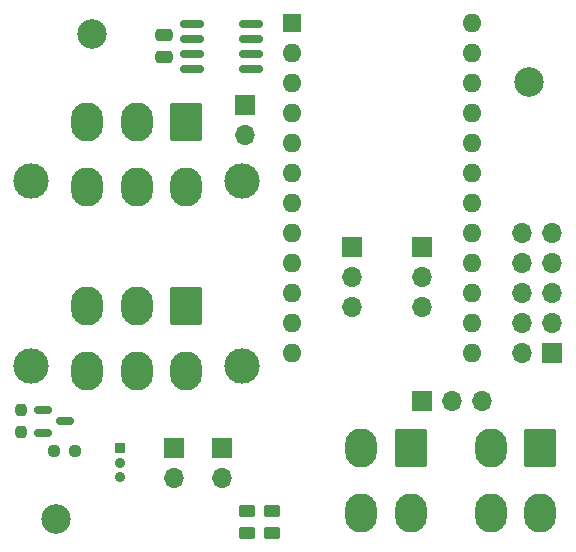
<source format=gbr>
%TF.GenerationSoftware,KiCad,Pcbnew,7.0.1*%
%TF.CreationDate,2024-03-09T19:29:19-07:00*%
%TF.ProjectId,CONTROLLER_Radar Altimeter,434f4e54-524f-44c4-9c45-525f52616461,3*%
%TF.SameCoordinates,Original*%
%TF.FileFunction,Soldermask,Top*%
%TF.FilePolarity,Negative*%
%FSLAX46Y46*%
G04 Gerber Fmt 4.6, Leading zero omitted, Abs format (unit mm)*
G04 Created by KiCad (PCBNEW 7.0.1) date 2024-03-09 19:29:19*
%MOMM*%
%LPD*%
G01*
G04 APERTURE LIST*
G04 Aperture macros list*
%AMRoundRect*
0 Rectangle with rounded corners*
0 $1 Rounding radius*
0 $2 $3 $4 $5 $6 $7 $8 $9 X,Y pos of 4 corners*
0 Add a 4 corners polygon primitive as box body*
4,1,4,$2,$3,$4,$5,$6,$7,$8,$9,$2,$3,0*
0 Add four circle primitives for the rounded corners*
1,1,$1+$1,$2,$3*
1,1,$1+$1,$4,$5*
1,1,$1+$1,$6,$7*
1,1,$1+$1,$8,$9*
0 Add four rect primitives between the rounded corners*
20,1,$1+$1,$2,$3,$4,$5,0*
20,1,$1+$1,$4,$5,$6,$7,0*
20,1,$1+$1,$6,$7,$8,$9,0*
20,1,$1+$1,$8,$9,$2,$3,0*%
G04 Aperture macros list end*
%ADD10R,0.900000X0.900000*%
%ADD11O,0.900000X0.900000*%
%ADD12R,1.700000X1.700000*%
%ADD13O,1.700000X1.700000*%
%ADD14C,2.500000*%
%ADD15R,1.600000X1.600000*%
%ADD16O,1.600000X1.600000*%
%ADD17RoundRect,0.150000X0.825000X0.150000X-0.825000X0.150000X-0.825000X-0.150000X0.825000X-0.150000X0*%
%ADD18RoundRect,0.250000X0.475000X-0.250000X0.475000X0.250000X-0.475000X0.250000X-0.475000X-0.250000X0*%
%ADD19RoundRect,0.250000X-0.450000X0.262500X-0.450000X-0.262500X0.450000X-0.262500X0.450000X0.262500X0*%
%ADD20RoundRect,0.250000X0.450000X-0.262500X0.450000X0.262500X-0.450000X0.262500X-0.450000X-0.262500X0*%
%ADD21RoundRect,0.237500X0.237500X-0.250000X0.237500X0.250000X-0.237500X0.250000X-0.237500X-0.250000X0*%
%ADD22RoundRect,0.237500X-0.250000X-0.237500X0.250000X-0.237500X0.250000X0.237500X-0.250000X0.237500X0*%
%ADD23RoundRect,0.150000X-0.587500X-0.150000X0.587500X-0.150000X0.587500X0.150000X-0.587500X0.150000X0*%
%ADD24C,3.000000*%
%ADD25RoundRect,0.250001X1.099999X1.399999X-1.099999X1.399999X-1.099999X-1.399999X1.099999X-1.399999X0*%
%ADD26O,2.700000X3.300000*%
G04 APERTURE END LIST*
D10*
%TO.C,J15*%
X-93989240Y45000000D03*
D11*
X-93989240Y43750000D03*
X-93989240Y42500000D03*
%TD*%
D12*
%TO.C,J5*%
X-57389240Y53000000D03*
D13*
X-59929240Y53000000D03*
X-57389240Y55540000D03*
X-59929240Y55540000D03*
X-57389240Y58080000D03*
X-59929240Y58080000D03*
X-57389240Y60620000D03*
X-59929240Y60620000D03*
X-57389240Y63160000D03*
X-59929240Y63160000D03*
%TD*%
D12*
%TO.C,J13*%
X-89389240Y45000000D03*
D13*
X-89389240Y42460000D03*
%TD*%
D12*
%TO.C,J14*%
X-85389240Y45000000D03*
D13*
X-85389240Y42460000D03*
%TD*%
D12*
%TO.C,J17*%
X-68389240Y49000000D03*
D13*
X-65849240Y49000000D03*
X-63309240Y49000000D03*
%TD*%
D14*
%TO.C,MK1*%
X-96389240Y80000000D03*
%TD*%
%TO.C,MK2*%
X-99389240Y39000000D03*
%TD*%
%TO.C,MK3*%
X-59389240Y76000000D03*
%TD*%
D15*
%TO.C,U0*%
X-79389240Y81000000D03*
D16*
X-79389240Y78460000D03*
X-79389240Y75920000D03*
X-79389240Y73380000D03*
X-79389240Y70840000D03*
X-79389240Y68300000D03*
X-79389240Y65760000D03*
X-79389240Y63220000D03*
X-79389240Y60680000D03*
X-79389240Y58140000D03*
X-79389240Y55600000D03*
X-79389240Y53060000D03*
X-64149240Y53060000D03*
X-64149240Y55600000D03*
X-64149240Y58140000D03*
X-64149240Y60680000D03*
X-64149240Y63220000D03*
X-64149240Y65760000D03*
X-64149240Y68300000D03*
X-64149240Y70840000D03*
X-64149240Y73380000D03*
X-64149240Y75920000D03*
X-64149240Y78460000D03*
X-64149240Y81000000D03*
%TD*%
D17*
%TO.C,U1*%
X-82914240Y77095000D03*
X-82914240Y78365000D03*
X-82914240Y79635000D03*
X-82914240Y80905000D03*
X-87864240Y80905000D03*
X-87864240Y79635000D03*
X-87864240Y78365000D03*
X-87864240Y77095000D03*
%TD*%
D12*
%TO.C,J16*%
X-83389240Y74000000D03*
D13*
X-83389240Y71460000D03*
%TD*%
D18*
%TO.C,C1*%
X-90245240Y78055000D03*
X-90245240Y79955000D03*
%TD*%
D19*
%TO.C,R1*%
X-83260240Y39658500D03*
X-83260240Y37833500D03*
%TD*%
D20*
%TO.C,R2*%
X-81101240Y37810000D03*
X-81101240Y39635000D03*
%TD*%
D21*
%TO.C,R4*%
X-102396740Y46347500D03*
X-102396740Y48172500D03*
%TD*%
D22*
%TO.C,R3*%
X-99601740Y44700000D03*
X-97776740Y44700000D03*
%TD*%
D23*
%TO.C,Q1*%
X-100526740Y48200000D03*
X-100526740Y46300000D03*
X-98651740Y47250000D03*
%TD*%
D24*
%TO.C,J1*%
X-83689240Y67570000D03*
X-101489240Y67570000D03*
D25*
X-88389240Y72610000D03*
D26*
X-92589240Y72610000D03*
X-96789240Y72610000D03*
X-88389240Y67110000D03*
X-92589240Y67110000D03*
X-96789240Y67110000D03*
%TD*%
D24*
%TO.C,J2*%
X-83689240Y51960000D03*
X-101489240Y51960000D03*
D25*
X-88389240Y57000000D03*
D26*
X-92589240Y57000000D03*
X-96789240Y57000000D03*
X-88389240Y51500000D03*
X-92589240Y51500000D03*
X-96789240Y51500000D03*
%TD*%
D25*
%TO.C,J3*%
X-69389240Y45000000D03*
D26*
X-73589240Y45000000D03*
X-69389240Y39500000D03*
X-73589240Y39500000D03*
%TD*%
D25*
%TO.C,J4*%
X-58389240Y45000000D03*
D26*
X-62589240Y45000000D03*
X-58389240Y39500000D03*
X-62589240Y39500000D03*
%TD*%
D12*
%TO.C,JP1*%
X-74389240Y62000000D03*
D13*
X-74389240Y59460000D03*
X-74389240Y56920000D03*
%TD*%
D12*
%TO.C,JP2*%
X-68389240Y62000000D03*
D13*
X-68389240Y59460000D03*
X-68389240Y56920000D03*
%TD*%
M02*

</source>
